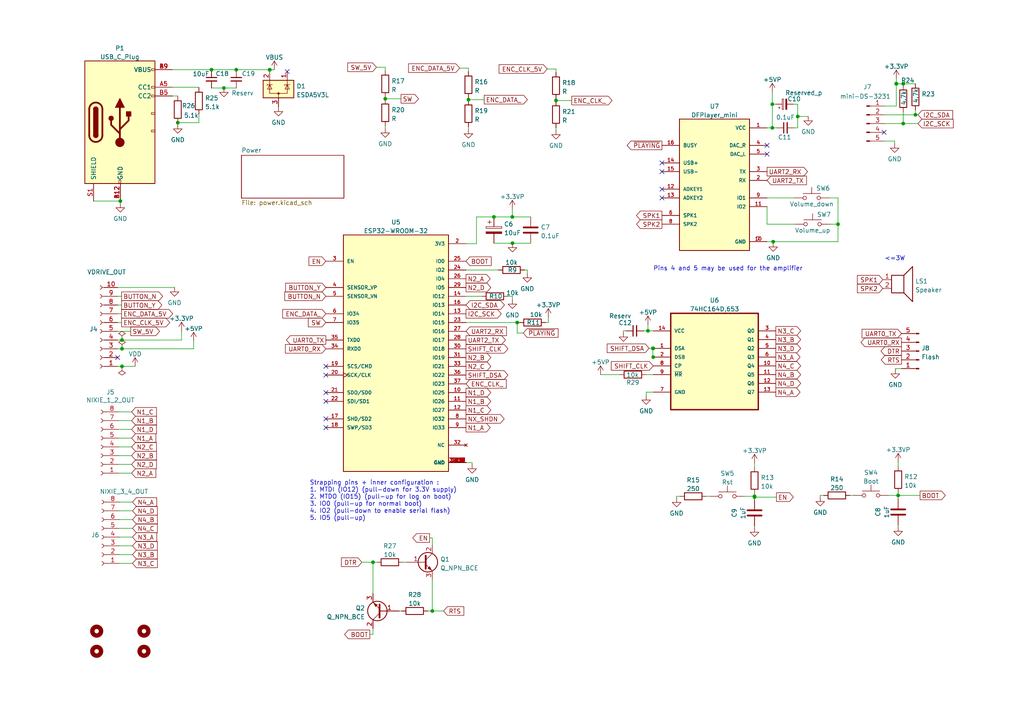
<source format=kicad_sch>
(kicad_sch (version 20211123) (generator eeschema)
  (paper "A4")
  (junction (at 161.2646 29.1592))
  (junction (at 135.8646 28.9052))
  (junction (at 111.7346 28.6512))
  (junction (at 224.2566 70.104))
  (junction (at 148.6408 70.5358))
  (junction (at 260.5024 143.6878))
  (junction (at 231.3686 33.782))
  (junction (at 51.562 35.5854))
  (junction (at 243.0526 65.024))
  (junction (at 35.3822 101.1682))
  (junction (at 125.3744 177.2158))
  (junction (at 259.969 24.257))
  (junction (at 265.5062 33.2994))
  (junction (at 189.4586 103.5812))
  (junction (at 150.0124 93.5482))
  (junction (at 108.1786 163.068))
  (junction (at 261.9756 24.3078))
  (junction (at 143.256 62.9158))
  (junction (at 189.357 101.0158))
  (junction (at 187.9346 95.9612))
  (junction (at 35.3822 98.6282))
  (junction (at 148.59 62.9158))
  (junction (at 261.9756 35.8394))
  (junction (at 224.0026 37.084))
  (junction (at 218.8464 144.1958))
  (junction (at 218.8464 143.9418))
  (junction (at 78.232 20.2184))
  (junction (at 35.3822 106.2482))
  (junction (at 78.232 20.2438))
  (junction (at 68.5292 20.2184))
  (junction (at 189.4586 101.0412))
  (junction (at 34.8996 58.3184))
  (junction (at 61.341 20.2184))
  (junction (at 259.9436 24.3078))
  (junction (at 259.969 24.2824))
  (junction (at 64.9478 25.527))
  (junction (at 224.0026 30.226))
  (no_connect (at 191.9986 47.244))
  (no_connect (at 191.9986 49.784))
  (no_connect (at 83.312 20.7518))
  (no_connect (at 34.1122 103.7082))
  (no_connect (at 94.5134 121.4882))
  (no_connect (at 94.5134 124.0282))
  (no_connect (at 94.5134 116.4082))
  (no_connect (at 94.5134 106.2482))
  (no_connect (at 94.5134 113.8682))
  (no_connect (at 94.5134 108.7882))
  (no_connect (at 256.4384 38.3794))
  (no_connect (at 191.9986 54.864))
  (no_connect (at 191.9986 57.404))
  (no_connect (at 222.4786 42.164))
  (no_connect (at 222.4786 44.704))
  (wire (pts (xy 135.1534 134.1882) (xy 136.9314 134.1882)))
  (wire (pts (xy 143.256 62.9158) (xy 148.59 62.9158)))
  (wire (pts (xy 61.341 25.527) (xy 64.9478 25.527)))
  (wire (pts (xy 222.4786 65.024) (xy 230.6066 65.024)))
  (wire (pts (xy 124.079 177.2158) (xy 125.3744 177.2158)))
  (wire (pts (xy 256.4384 35.8394) (xy 261.9756 35.8394)))
  (wire (pts (xy 243.0526 65.024) (xy 243.0526 70.104)))
  (wire (pts (xy 152.1714 78.3082) (xy 152.9334 78.3082)))
  (wire (pts (xy 111.7346 28.6512) (xy 116.3066 28.6512)))
  (wire (pts (xy 148.6408 70.5358) (xy 153.924 70.5358)))
  (wire (pts (xy 64.9478 25.527) (xy 68.5292 25.527)))
  (wire (pts (xy 135.8646 36.7792) (xy 135.8646 37.5412)))
  (wire (pts (xy 224.0026 26.67) (xy 224.0026 30.226)))
  (wire (pts (xy 224.2566 70.104) (xy 224.2566 70.358)))
  (wire (pts (xy 34.3662 129.6162) (xy 38.1762 129.6162)))
  (wire (pts (xy 107.2642 183.9976) (xy 108.1786 183.9976)))
  (wire (pts (xy 35.2552 88.4936) (xy 34.1122 88.4682)))
  (wire (pts (xy 218.8464 134.2898) (xy 218.8464 135.5598)))
  (wire (pts (xy 189.357 103.5812) (xy 189.4586 103.5812)))
  (wire (pts (xy 174.1932 108.6358) (xy 174.1932 108.6612)))
  (wire (pts (xy 57.6834 25.2984) (xy 50.0126 25.2984)))
  (wire (pts (xy 57.6834 35.5854) (xy 57.6834 33.0962)))
  (wire (pts (xy 260.5024 152.8318) (xy 260.5024 152.3238)))
  (wire (pts (xy 108.1786 182.2958) (xy 108.1786 183.9976)))
  (wire (pts (xy 259.4864 40.9194) (xy 259.4864 41.6814)))
  (wire (pts (xy 187.3758 108.6612) (xy 189.4586 108.6612)))
  (wire (pts (xy 116.8908 163.068) (xy 117.7544 163.068)))
  (wire (pts (xy 35.3822 98.6282) (xy 34.1122 98.6282)))
  (wire (pts (xy 260.5024 142.9258) (xy 260.5024 143.6878)))
  (wire (pts (xy 143.256 62.9158) (xy 138.2014 62.9158)))
  (wire (pts (xy 35.3822 98.6282) (xy 52.6542 98.6282)))
  (wire (pts (xy 259.969 24.2824) (xy 259.969 30.7594)))
  (wire (pts (xy 34.6202 158.3182) (xy 38.4302 158.3182)))
  (wire (pts (xy 27.1526 58.3184) (xy 34.8996 58.3184)))
  (wire (pts (xy 108.1786 172.1358) (xy 108.1786 163.068)))
  (wire (pts (xy 231.3686 30.226) (xy 231.3686 33.782)))
  (wire (pts (xy 135.8646 28.9052) (xy 140.4366 28.9052)))
  (wire (pts (xy 158.2674 93.5482) (xy 159.0294 93.5482)))
  (wire (pts (xy 225.0186 30.226) (xy 224.0026 30.226)))
  (wire (pts (xy 187.4266 113.7412) (xy 187.4266 114.7572)))
  (wire (pts (xy 218.8464 144.1958) (xy 225.1964 144.1958)))
  (wire (pts (xy 186.6646 95.9612) (xy 187.9346 95.9612)))
  (wire (pts (xy 231.3686 33.782) (xy 231.3686 37.084)))
  (wire (pts (xy 34.1122 106.2482) (xy 35.3822 106.2482)))
  (wire (pts (xy 34.1122 101.1682) (xy 35.3822 101.1682)))
  (wire (pts (xy 187.9346 95.9612) (xy 189.4586 95.9612)))
  (wire (pts (xy 136.9314 134.1882) (xy 136.9314 134.6962)))
  (wire (pts (xy 179.7558 108.6612) (xy 174.1932 108.6612)))
  (wire (pts (xy 259.9436 24.3078) (xy 259.969 24.257)))
  (wire (pts (xy 261.9756 32.4358) (xy 261.9756 35.8394)))
  (wire (pts (xy 78.232 20.2438) (xy 78.232 20.7518)))
  (wire (pts (xy 34.3662 137.2362) (xy 38.1762 137.2362)))
  (wire (pts (xy 109.1946 19.5072) (xy 111.7346 19.5072)))
  (wire (pts (xy 152.9334 78.3082) (xy 152.9334 79.3242)))
  (wire (pts (xy 259.6896 106.9086) (xy 259.6896 107.1626)))
  (wire (pts (xy 34.6202 153.2382) (xy 38.4302 153.2382)))
  (wire (pts (xy 34.3662 134.6962) (xy 38.1762 134.6962)))
  (wire (pts (xy 234.4166 33.782) (xy 231.3686 33.782)))
  (wire (pts (xy 133.3246 19.7612) (xy 135.8646 19.7612)))
  (wire (pts (xy 260.5024 134.0358) (xy 260.5024 135.3058)))
  (wire (pts (xy 34.3662 121.9962) (xy 38.1762 121.9962)))
  (wire (pts (xy 35.3822 101.1682) (xy 56.1594 101.1682)))
  (wire (pts (xy 111.7346 28.1432) (xy 111.7346 28.6512)))
  (wire (pts (xy 256.4384 30.7594) (xy 259.969 30.7594)))
  (wire (pts (xy 237.8964 143.6878) (xy 238.9124 143.6878)))
  (wire (pts (xy 261.4676 106.9086) (xy 259.6896 106.9086)))
  (wire (pts (xy 224.0026 30.226) (xy 224.0026 37.084)))
  (wire (pts (xy 237.8964 144.1958) (xy 237.8964 143.6878)))
  (wire (pts (xy 135.1534 78.3082) (xy 144.5514 78.3082)))
  (wire (pts (xy 34.6202 148.1582) (xy 38.4302 148.1582)))
  (wire (pts (xy 161.2646 29.1592) (xy 161.2646 29.4132)))
  (wire (pts (xy 34.1122 83.3882) (xy 50.6222 83.3882)))
  (wire (pts (xy 261.9756 35.8394) (xy 266.2428 35.8394)))
  (wire (pts (xy 57.6834 25.2984) (xy 57.6834 25.4762)))
  (wire (pts (xy 230.0986 30.226) (xy 231.3686 30.226)))
  (wire (pts (xy 51.562 27.8384) (xy 50.0126 27.8384)))
  (wire (pts (xy 187.9346 94.1832) (xy 187.9346 95.9612)))
  (wire (pts (xy 138.2014 62.9158) (xy 138.2014 70.6882)))
  (wire (pts (xy 222.4786 70.104) (xy 224.2566 70.104)))
  (wire (pts (xy 240.5126 57.404) (xy 243.0526 57.404)))
  (wire (pts (xy 139.7254 85.9282) (xy 135.1534 85.9282)))
  (wire (pts (xy 35.2552 91.0082) (xy 34.1122 91.0082)))
  (wire (pts (xy 78.232 20.2438) (xy 78.232 20.2184)))
  (wire (pts (xy 158.7246 20.0152) (xy 161.2646 20.0152)))
  (wire (pts (xy 224.0026 37.084) (xy 222.4786 37.084)))
  (wire (pts (xy 147.3454 85.9282) (xy 148.6154 85.9282)))
  (wire (pts (xy 34.8996 58.3184) (xy 34.8996 58.9788)))
  (wire (pts (xy 222.4786 57.404) (xy 230.3526 57.404)))
  (wire (pts (xy 135.8646 19.7612) (xy 135.8646 20.7772)))
  (wire (pts (xy 135.1534 93.5482) (xy 150.0124 93.5482)))
  (wire (pts (xy 243.0526 57.404) (xy 243.0526 65.024)))
  (wire (pts (xy 34.6202 160.8582) (xy 38.4302 160.8582)))
  (wire (pts (xy 51.562 27.8384) (xy 51.562 27.9654)))
  (wire (pts (xy 34.3662 132.1562) (xy 38.1762 132.1562)))
  (wire (pts (xy 78.232 20.2184) (xy 79.5782 20.2184)))
  (wire (pts (xy 161.2646 37.0332) (xy 161.2646 37.7952)))
  (wire (pts (xy 111.7346 36.5252) (xy 111.7346 37.2872)))
  (wire (pts (xy 108.1786 163.068) (xy 109.2708 163.068)))
  (wire (pts (xy 243.0526 70.104) (xy 224.2566 70.104)))
  (wire (pts (xy 218.8464 144.1958) (xy 218.8464 144.9578)))
  (wire (pts (xy 259.969 22.86) (xy 259.969 24.257)))
  (wire (pts (xy 150.0124 93.5482) (xy 150.6474 93.5482)))
  (wire (pts (xy 161.2646 29.1592) (xy 165.8366 29.1592)))
  (wire (pts (xy 80.772 30.9118) (xy 80.772 31.0896)))
  (wire (pts (xy 52.6542 95.9612) (xy 52.6542 98.6282)))
  (wire (pts (xy 56.1594 98.9076) (xy 56.1594 101.1682)))
  (wire (pts (xy 222.4786 59.944) (xy 222.4786 65.024)))
  (wire (pts (xy 34.6202 145.6182) (xy 38.4302 145.6182)))
  (wire (pts (xy 256.4384 40.9194) (xy 259.4864 40.9194)))
  (wire (pts (xy 111.7346 28.6512) (xy 111.7346 28.9052)))
  (wire (pts (xy 34.1122 96.0882) (xy 37.9222 96.0882)))
  (wire (pts (xy 150.0124 96.5962) (xy 150.0124 93.5482)))
  (wire (pts (xy 216.0524 143.9418) (xy 218.8464 143.9418)))
  (wire (pts (xy 34.3662 119.4562) (xy 38.1762 119.4562)))
  (wire (pts (xy 265.5062 31.9278) (xy 265.5062 33.2994)))
  (wire (pts (xy 161.2646 28.6512) (xy 161.2646 29.1592)))
  (wire (pts (xy 138.2014 70.6882) (xy 135.1534 70.6882)))
  (wire (pts (xy 189.357 101.0158) (xy 189.357 103.5812)))
  (wire (pts (xy 188.2648 101.0158) (xy 189.4586 101.0412)))
  (wire (pts (xy 161.2646 20.0152) (xy 161.2646 21.0312)))
  (wire (pts (xy 68.5292 20.2184) (xy 78.232 20.2184)))
  (wire (pts (xy 51.562 35.5854) (xy 57.6834 35.5854)))
  (wire (pts (xy 180.8226 95.9612) (xy 180.8226 96.4692)))
  (wire (pts (xy 225.2726 37.084) (xy 224.0026 37.084)))
  (wire (pts (xy 124.6124 156.0322) (xy 125.3744 156.0322)))
  (wire (pts (xy 256.4384 33.2994) (xy 265.5062 33.2994)))
  (wire (pts (xy 261.9756 24.8158) (xy 261.9756 24.3078)))
  (wire (pts (xy 135.8646 28.3972) (xy 135.8646 28.9052)))
  (wire (pts (xy 159.0294 92.0242) (xy 159.0294 93.5482)))
  (wire (pts (xy 135.8646 28.9052) (xy 135.8646 29.1592)))
  (wire (pts (xy 104.9528 163.068) (xy 108.1786 163.068)))
  (wire (pts (xy 151.765 96.5962) (xy 150.0124 96.5962)))
  (wire (pts (xy 246.5324 143.6878) (xy 247.5484 143.6878)))
  (wire (pts (xy 125.3744 156.0322) (xy 125.3744 157.988)))
  (wire (pts (xy 181.5846 95.9612) (xy 180.8226 95.9612)))
  (wire (pts (xy 68.5292 20.2184) (xy 68.5292 20.447)))
  (wire (pts (xy 266.8524 143.6878) (xy 260.5024 143.6878)))
  (wire (pts (xy 259.969 24.2824) (xy 259.969 24.257)))
  (wire (pts (xy 260.5024 143.6878) (xy 260.5024 144.7038)))
  (wire (pts (xy 125.3744 168.148) (xy 125.3744 177.2158)))
  (wire (pts (xy 261.9756 24.3078) (xy 265.5062 24.3078)))
  (wire (pts (xy 34.3662 124.5362) (xy 38.1762 124.5362)))
  (wire (pts (xy 196.2404 144.4498) (xy 196.2404 143.9418)))
  (wire (pts (xy 35.3822 106.2482) (xy 39.1922 106.2482)))
  (wire (pts (xy 196.2404 143.9418) (xy 197.2564 143.9418)))
  (wire (pts (xy 265.5062 33.2994) (xy 266.2682 33.2994)))
  (wire (pts (xy 257.7084 143.6878) (xy 260.5024 143.6878)))
  (wire (pts (xy 148.59 62.9158) (xy 153.924 62.9158)))
  (wire (pts (xy 187.4266 113.7412) (xy 189.4586 113.7412)))
  (wire (pts (xy 148.59 60.6298) (xy 148.59 62.9158)))
  (wire (pts (xy 125.3744 177.2158) (xy 128.651 177.2158)))
  (wire (pts (xy 34.6202 163.3982) (xy 38.4302 163.3982)))
  (wire (pts (xy 204.8764 143.9418) (xy 205.8924 143.9418)))
  (wire (pts (xy 259.9436 24.3078) (xy 261.9756 24.3078)))
  (wire (pts (xy 231.3686 37.084) (xy 230.3526 37.084)))
  (wire (pts (xy 35.2552 85.9282) (xy 34.1122 85.9282)))
  (wire (pts (xy 143.256 70.5358) (xy 148.6408 70.5358)))
  (wire (pts (xy 240.7666 65.024) (xy 243.0526 65.024)))
  (wire (pts (xy 34.3662 127.0762) (xy 38.1762 127.0762)))
  (wire (pts (xy 148.6154 85.9282) (xy 148.6154 86.9442)))
  (wire (pts (xy 115.7986 177.2158) (xy 116.459 177.2158)))
  (wire (pts (xy 111.7346 19.5072) (xy 111.7346 20.5232)))
  (wire (pts (xy 34.6202 150.6982) (xy 38.4302 150.6982)))
  (wire (pts (xy 61.341 20.2184) (xy 61.341 20.447)))
  (wire (pts (xy 35.2552 93.5482) (xy 34.1122 93.5482)))
  (wire (pts (xy 50.0126 20.2184) (xy 61.341 20.2184)))
  (wire (pts (xy 51.562 35.5854) (xy 51.562 36.1188)))
  (wire (pts (xy 218.8464 143.1798) (xy 218.8464 143.9418)))
  (wire (pts (xy 61.341 20.2184) (xy 68.5292 20.2184)))
  (wire (pts (xy 218.8464 143.9418) (xy 218.8464 144.1958)))
  (wire (pts (xy 218.8464 153.0858) (xy 218.8464 152.5778)))
  (wire (pts (xy 34.6202 155.7782) (xy 38.4302 155.7782)))
  (text "<=3W" (at 256.5654 75.7936 0) (effects (font (size 1.27 1.27)) (justify left bottom)))
  (text "Pins 4 and 5 may be used for the amplifier" (at 189.4586 78.74 0) (effects (font (size 1.27 1.27)) (justify left bottom)))
  (text "Strapping pins + inner configuration :\n1. MTDI (IO12) (pull-down for 3.3V supply)\n2. MTDO (IO15) (pull-up for log on boot)\n3. IO0 (pull-up for normal boot)\n4. IO2 (pull-down to enable serial flash)\n5. IO5 (pull-up)" (at 89.8144 151.1046 0) (effects (font (size 1.27 1.27)) (justify left bottom)))
  (global_label "N3_C" (shape output) (at 225.0186 95.9612 0) (property "Intersheet References" "${INTERSHEET_REFS}" (effects hide)))
  (global_label "SW" (shape input) (at 94.5134 93.5482 180) (property "Intersheet References" "${INTERSHEET_REFS}" (effects hide)))
  (global_label "NX_SHDN" (shape output) (at 135.1534 121.4882 0) (property "Intersheet References" "${INTERSHEET_REFS}" (effects hide)))
  (global_label "ENC_DATA_" (shape output) (at 140.4366 28.9052 0) (property "Intersheet References" "${INTERSHEET_REFS}" (effects hide)))
  (global_label "~{PLAYING}" (shape input) (at 151.765 96.5962 0) (property "Intersheet References" "${INTERSHEET_REFS}" (effects hide)))
  (global_label "EN" (shape output) (at 124.6124 156.0322 180) (property "Intersheet References" "${INTERSHEET_REFS}" (effects hide)))
  (global_label "N2_B" (shape input) (at 38.1762 132.1562 0) (property "Intersheet References" "${INTERSHEET_REFS}" (effects hide)))
  (global_label "N2_C" (shape input) (at 38.1762 129.6162 0) (property "Intersheet References" "${INTERSHEET_REFS}" (effects hide)))
  (global_label "SW_5V" (shape input) (at 109.1946 19.5072 180) (property "Intersheet References" "${INTERSHEET_REFS}" (effects hide)))
  (global_label "N1_C" (shape input) (at 38.1762 119.4562 0) (property "Intersheet References" "${INTERSHEET_REFS}" (effects hide)))
  (global_label "N1_B" (shape input) (at 38.1762 121.9962 0) (property "Intersheet References" "${INTERSHEET_REFS}" (effects hide)))
  (global_label "ENC_DATA_" (shape input) (at 94.5134 91.0082 180) (property "Intersheet References" "${INTERSHEET_REFS}" (effects hide)))
  (global_label "BOOT" (shape output) (at 107.2642 183.9976 180) (property "Intersheet References" "${INTERSHEET_REFS}" (effects hide)))
  (global_label "UART0_TX" (shape input) (at 261.4676 96.7486 180) (property "Intersheet References" "${INTERSHEET_REFS}" (effects hide)))
  (global_label "N3_A" (shape output) (at 225.0186 103.5812 0) (property "Intersheet References" "${INTERSHEET_REFS}" (effects hide)))
  (global_label "ENC_DATA_5V" (shape input) (at 133.3246 19.7612 180) (property "Intersheet References" "${INTERSHEET_REFS}" (effects hide)))
  (global_label "N4_D" (shape input) (at 38.4302 148.1582 0) (property "Intersheet References" "${INTERSHEET_REFS}" (effects hide)))
  (global_label "UART0_RX" (shape input) (at 94.5134 101.1682 180) (property "Intersheet References" "${INTERSHEET_REFS}" (effects hide)))
  (global_label "SPK1" (shape output) (at 191.9986 62.484 180) (property "Intersheet References" "${INTERSHEET_REFS}" (effects hide)))
  (global_label "SHIFT_CLK" (shape output) (at 135.1534 101.1682 0) (property "Intersheet References" "${INTERSHEET_REFS}" (effects hide)))
  (global_label "N3_B" (shape output) (at 225.0186 98.5012 0) (property "Intersheet References" "${INTERSHEET_REFS}" (effects hide)))
  (global_label "I2C_SCK" (shape input) (at 266.2428 35.8394 0) (property "Intersheet References" "${INTERSHEET_REFS}" (effects hide)))
  (global_label "N4_C" (shape input) (at 38.4302 153.2382 0) (property "Intersheet References" "${INTERSHEET_REFS}" (effects hide)))
  (global_label "SHIFT_DSA" (shape input) (at 188.2648 101.0158 180) (property "Intersheet References" "${INTERSHEET_REFS}" (effects hide)))
  (global_label "N4_B" (shape output) (at 225.0186 108.6612 0) (property "Intersheet References" "${INTERSHEET_REFS}" (effects hide)))
  (global_label "SPK1" (shape input) (at 256.0574 81.1276 180) (property "Intersheet References" "${INTERSHEET_REFS}" (effects hide)))
  (global_label "N2_B" (shape output) (at 135.1534 103.7082 0) (property "Intersheet References" "${INTERSHEET_REFS}" (effects hide)))
  (global_label "UART2_TX" (shape input) (at 222.4786 52.324 0) (property "Intersheet References" "${INTERSHEET_REFS}" (effects hide)))
  (global_label "N2_D" (shape output) (at 135.1534 83.3882 0) (property "Intersheet References" "${INTERSHEET_REFS}" (effects hide)))
  (global_label "N1_B" (shape output) (at 135.1534 116.4082 0) (property "Intersheet References" "${INTERSHEET_REFS}" (effects hide)))
  (global_label "N3_D" (shape output) (at 225.0186 101.0412 0) (property "Intersheet References" "${INTERSHEET_REFS}" (effects hide)))
  (global_label "RTS" (shape output) (at 261.4676 104.3686 180) (property "Intersheet References" "${INTERSHEET_REFS}" (effects hide)))
  (global_label "UART0_TX" (shape output) (at 94.5134 98.6282 180) (property "Intersheet References" "${INTERSHEET_REFS}" (effects hide)))
  (global_label "N1_A" (shape input) (at 38.1762 127.0762 0) (property "Intersheet References" "${INTERSHEET_REFS}" (effects hide)))
  (global_label "BUTTON_N" (shape input) (at 94.5134 85.9282 180) (property "Intersheet References" "${INTERSHEET_REFS}" (effects hide)))
  (global_label "N2_C" (shape output) (at 135.1534 106.2482 0) (property "Intersheet References" "${INTERSHEET_REFS}" (effects hide)))
  (global_label "SHIFT_DSA" (shape output) (at 135.1534 108.7882 0) (property "Intersheet References" "${INTERSHEET_REFS}" (effects hide)))
  (global_label "RTS" (shape input) (at 128.651 177.2158 0) (property "Intersheet References" "${INTERSHEET_REFS}" (effects hide)))
  (global_label "BOOT" (shape input) (at 135.1534 75.7682 0) (property "Intersheet References" "${INTERSHEET_REFS}" (effects hide)))
  (global_label "SPK2" (shape output) (at 191.9986 65.024 180) (property "Intersheet References" "${INTERSHEET_REFS}" (effects hide)))
  (global_label "DTR" (shape output) (at 261.4676 101.8286 180) (property "Intersheet References" "${INTERSHEET_REFS}" (effects hide)))
  (global_label "~{PLAYING}" (shape output) (at 191.9986 42.164 180) (property "Intersheet References" "${INTERSHEET_REFS}" (effects hide)))
  (global_label "UART2_RX" (shape output) (at 222.4786 49.784 0) (property "Intersheet References" "${INTERSHEET_REFS}" (effects hide)))
  (global_label "EN" (shape input) (at 94.5134 75.7682 180) (property "Intersheet References" "${INTERSHEET_REFS}" (effects hide)))
  (global_label "N3_D" (shape input) (at 38.4302 158.3182 0) (property "Intersheet References" "${INTERSHEET_REFS}" (effects hide)))
  (global_label "SHIFT_CLK" (shape input) (at 189.4586 106.1212 180) (property "Intersheet References" "${INTERSHEET_REFS}" (effects hide)))
  (global_label "BUTTON_Y" (shape output) (at 35.2552 88.4936 0) (property "Intersheet References" "${INTERSHEET_REFS}" (effects hide)))
  (global_label "N4_C" (shape output) (at 225.0186 106.1212 0) (property "Intersheet References" "${INTERSHEET_REFS}" (effects hide)))
  (global_label "N1_A" (shape output) (at 135.1534 124.0282 0) (property "Intersheet References" "${INTERSHEET_REFS}" (effects hide)))
  (global_label "UART2_TX" (shape output) (at 135.1534 98.6282 0) (property "Intersheet References" "${INTERSHEET_REFS}" (effects hide)))
  (global_label "ENC_CLK_5V" (shape output) (at 35.2552 93.5482 0) (property "Intersheet References" "${INTERSHEET_REFS}" (effects hide)))
  (global_label "N4_D" (shape output) (at 225.0186 111.2012 0) (property "Intersheet References" "${INTERSHEET_REFS}" (effects hide)))
  (global_label "BUTTON_Y" (shape input) (at 94.5134 83.3882 180) (property "Intersheet References" "${INTERSHEET_REFS}" (effects hide)))
  (global_label "N4_A" (shape output) (at 225.0186 113.7412 0) (property "Intersheet References" "${INTERSHEET_REFS}" (effects hide)))
  (global_label "I2C_SDA" (shape bidirectional) (at 135.1534 88.4682 0) (property "Intersheet References" "${INTERSHEET_REFS}" (effects hide)))
  (global_label "DTR" (shape input) (at 104.9528 163.068 180) (property "Intersheet References" "${INTERSHEET_REFS}" (effects hide)))
  (global_label "N3_B" (shape input) (at 38.4302 160.8582 0) (property "Intersheet References" "${INTERSHEET_REFS}" (effects hide)))
  (global_label "BOOT" (shape output) (at 266.8524 143.6878 0) (property "Intersheet References" "${INTERSHEET_REFS}" (effects hide)))
  (global_label "N2_A" (shape output) (at 135.1534 80.8482 0) (property "Intersheet References" "${INTERSHEET_REFS}" (effects hide)))
  (global_label "N2_D" (shape input) (at 38.1762 134.6962 0) (property "Intersheet References" "${INTERSHEET_REFS}" (effects hide)))
  (global_label "N1_D" (shape output) (at 135.1534 113.8682 0) (property "Intersheet References" "${INTERSHEET_REFS}" (effects hide)))
  (global_label "N3_A" (shape input) (at 38.4302 155.7782 0) (property "Intersheet References" "${INTERSHEET_REFS}" (effects hide)))
  (global_label "ENC_CLK_" (shape input) (at 135.1534 111.3282 0) (property "Intersheet References" "${INTERSHEET_REFS}" (effects hide)))
  (global_label "BUTTON_N" (shape output) (at 35.2552 85.9282 0) (property "Intersheet References" "${INTERSHEET_REFS}" (effects hide)))
  (global_label "UART0_RX" (shape output) (at 261.4676 99.2886 180) (property "Intersheet References" "${INTERSHEET_REFS}" (effects hide)))
  (global_label "SW" (shape output) (at 116.3066 28.6512 0) (property "Intersheet References" "${INTERSHEET_REFS}" (effects hide)))
  (global_label "SW_5V" (shape output) (at 37.9222 96.0882 0) (property "Intersheet References" "${INTERSHEET_REFS}" (effects hide)))
  (global_label "I2C_SDA" (shape input) (at 266.2682 33.2994 0) (property "Intersheet References" "${INTERSHEET_REFS}" (effects hide)))
  (global_label "ENC_CLK_" (shape output) (at 165.8366 29.1592 0) (property "Intersheet References" "${INTERSHEET_REFS}" (effects hide)))
  (global_label "UART2_RX" (shape input) (at 135.1534 96.0882 0) (property "Intersheet References" "${INTERSHEET_REFS}" (effects hide)))
  (global_label "N1_C" (shape output) (at 135.1534 118.9482 0) (property "Intersheet References" "${INTERSHEET_REFS}" (effects hide)))
  (global_label "N4_B" (shape input) (at 38.4302 150.6982 0) (property "Intersheet References" "${INTERSHEET_REFS}" (effects hide)))
  (global_label "ENC_DATA_5V" (shape output) (at 35.2552 91.0082 0) (property "Intersheet References" "${INTERSHEET_REFS}" (effects hide)))
  (global_label "SPK2" (shape input) (at 256.0574 83.6676 180) (property "Intersheet References" "${INTERSHEET_REFS}" (effects hide)))
  (global_label "EN" (shape output) (at 225.1964 144.1958 0) (property "Intersheet References" "${INTERSHEET_REFS}" (effects hide)))
  (global_label "N3_C" (shape input) (at 38.4302 163.3982 0) (property "Intersheet References" "${INTERSHEET_REFS}" (effects hide)))
  (global_label "ENC_CLK_5V" (shape input) (at 158.7246 20.0152 180) (property "Intersheet References" "${INTERSHEET_REFS}" (effects hide)))
  (global_label "N2_A" (shape input) (at 38.1762 137.2362 0) (property "Intersheet References" "${INTERSHEET_REFS}" (effects hide)))
  (global_label "N1_D" (shape input) (at 38.1762 124.5362 0) (property "Intersheet References" "${INTERSHEET_REFS}" (effects hide)))
  (global_label "I2C_SCK" (shape output) (at 135.1534 91.0082 0) (property "Intersheet References" "${INTERSHEET_REFS}" (effects hide)))
  (global_label "N4_A" (shape input) (at 38.4302 145.6182 0) (property "Intersheet References" "${INTERSHEET_REFS}" (effects hide)))
  (symbol (lib_id "Connector:Conn_01x10_Female") (at 29.0322 96.0882 180) (unit 1)
    (property "Reference" "J4" (at 28.321 95.4786 0) (effects (justify left)))
    (property "Value" "VDRIVE_OUT" (at 36.576 78.9178 0) (effects (justify left)))
    (property "Footprint" "Connector_PinSocket_2.54mm:PinSocket_1x10_P2.54mm_Vertical" (effects hide))
  )
  (symbol (lib_id "Device:Q_NPN_BCE") (at 122.8344 163.068 0) (unit 1)
    (property "Reference" "Q1" (at 127.6858 162.2333 0) (effects (justify left)))
    (property "Value" "Q_NPN_BCE" (at 127.6858 164.7702 0) (effects (justify left)))
    (property "Footprint" "Package_TO_SOT_SMD:SOT-23_Handsoldering" (effects hide))
  )
  (symbol (lib_id "power:GND") (at 135.8646 37.5412 0) (unit 1)
    (property "Reference" "#PWR0104" (effects hide))
    (property "Value" "GND" (at 135.8646 41.9846 0))
  )
  (symbol (lib_id "Device:R") (at 111.7346 32.7152 0) (unit 1)
    (property "Reference" "R20" (at 113.5126 31.8805 0) (effects (justify left)))
    (property "Value" "R" (at 113.5126 34.4174 0) (effects (justify left)))
    (property "Footprint" "Resistor_SMD:R_0603_1608Metric_Pad0.98x0.95mm_HandSolder" (effects hide))
  )
  (symbol (lib_id "Device:R") (at 242.7224 143.6878 90) (unit 1)
    (property "Reference" "R14" (at 242.7224 138.972 90))
    (property "Value" "250" (at 242.7224 141.5089 90))
    (property "Footprint" "Resistor_SMD:R_0603_1608Metric_Pad0.98x0.95mm_HandSolder" (effects hide))
  )
  (symbol (lib_id "Device:R") (at 148.3614 78.3082 90) (unit 1)
    (property "Reference" "R9" (at 148.6154 78.3082 90))
    (property "Value" "10k" (at 148.3614 76.1293 90))
    (property "Footprint" "Resistor_SMD:R_0603_1608Metric_Pad0.98x0.95mm_HandSolder" (effects hide))
  )
  (symbol (lib_id "power:+3.3VP") (at 159.0294 92.0242 0) (unit 1)
    (property "Reference" "#PWR0109" (effects hide))
    (property "Value" "+3.3VP" (at 159.0294 88.4484 0))
  )
  (symbol (lib_id "power:VDD") (at 39.1922 106.2482 0) (unit 1)
    (property "Reference" "#PWR049" (effects hide))
    (property "Value" "VDD" (at 39.1922 102.6724 0))
  )
  (symbol (lib_id "Device:R") (at 113.0808 163.068 90) (unit 1)
    (property "Reference" "R27" (at 113.0808 158.3522 90))
    (property "Value" "10k" (at 113.0808 160.8891 90))
    (property "Footprint" "Resistor_SMD:R_0603_1608Metric_Pad0.98x0.95mm_HandSolder" (effects hide))
  )
  (symbol (lib_id "power:GND") (at 260.5024 152.8318 0) (unit 1)
    (property "Reference" "#PWR045" (effects hide))
    (property "Value" "GND" (at 260.5024 157.2752 0))
  )
  (symbol (lib_id "power:GND") (at 161.2646 37.7952 0) (unit 1)
    (property "Reference" "#PWR0105" (effects hide))
    (property "Value" "GND" (at 161.2646 42.2386 0))
  )
  (symbol (lib_id "power:+5VP") (at 56.1594 98.9076 0) (unit 1)
    (property "Reference" "#PWR0107" (effects hide))
    (property "Value" "+5VP" (at 56.1594 95.3318 0))
  )
  (symbol (lib_id "power:GND") (at 148.6408 70.5358 0) (unit 1)
    (property "Reference" "#PWR072" (effects hide))
    (property "Value" "GND" (effects hide))
  )
  (symbol (lib_id "power:GND") (at 111.7346 37.2872 0) (unit 1)
    (property "Reference" "#PWR0106" (effects hide))
    (property "Value" "GND" (at 111.7346 41.7306 0))
  )
  (symbol (lib_id "power:GND") (at 80.772 31.0896 0) (unit 1)
    (property "Reference" "#PWR063" (effects hide))
    (property "Value" "GND" (at 80.772 35.533 0))
  )
  (symbol (lib_id "Device:R") (at 183.5658 108.6612 90) (unit 1)
    (property "Reference" "R29" (at 183.5404 110.9218 90))
    (property "Value" "10k" (at 183.4896 108.7374 90))
    (property "Footprint" "Resistor_SMD:R_0603_1608Metric_Pad0.98x0.95mm_HandSolder" (effects hide))
  )
  (symbol (lib_id "Retro_clock_back:74HC164D,653") (at 207.2386 101.0412 0) (unit 1)
    (property "Reference" "U6" (at 207.2386 87.1052 0))
    (property "Value" "74HC164D,653" (at 207.2386 89.6421 0))
    (property "Footprint" "Retro_clock:SOIC127P600X175-14N" (effects hide))
    (property "SUPPLIER" "NXP" (effects hide))
    (property "PACKAGE" "SOIC-14" (effects hide))
    (property "MPN" "74HC164D,653" (effects hide))
    (property "OC_NEWARK" "99K0584" (effects hide))
    (property "OC_FARNELL" "1085337" (effects hide))
  )
  (symbol (lib_id "power:+5VP") (at 174.1932 108.6358 0) (unit 1)
    (property "Reference" "#PWR071" (effects hide))
    (property "Value" "+5VP" (at 174.1932 105.06 0))
  )
  (symbol (lib_id "Device:C") (at 153.924 66.7258 0) (unit 1)
    (property "Reference" "C7" (at 156.845 65.8911 0) (effects (justify left)))
    (property "Value" "0.1uF" (at 156.845 68.428 0) (effects (justify left)))
    (property "Footprint" "Capacitor_SMD:C_0603_1608Metric_Pad1.08x0.95mm_HandSolder" (effects hide))
  )
  (symbol (lib_id "Connector:Conn_01x05_Male") (at 266.5476 101.8286 180) (unit 1)
    (property "Reference" "J8" (at 267.2588 100.9939 0) (effects (justify right)))
    (property "Value" "Flash" (at 267.2588 103.5308 0) (effects (justify right)))
    (property "Footprint" "Connector_PinHeader_2.54mm:PinHeader_1x05_P2.54mm_Vertical" (effects hide))
  )
  (symbol (lib_id "power:GND") (at 51.562 36.1188 0) (unit 1)
    (property "Reference" "#PWR064" (effects hide))
    (property "Value" "GND" (at 51.562 40.5622 0))
  )
  (symbol (lib_id "power:+3.3VP") (at 259.969 22.86 0) (unit 1)
    (property "Reference" "#PWR032" (effects hide))
    (property "Value" "+3.3VP" (at 259.969 19.2842 0))
  )
  (symbol (lib_id "Device:Q_NPN_BCE") (at 110.7186 177.2158 180) (unit 1)
    (property "Reference" "Q2" (at 105.8673 176.3811 0) (effects (justify left)))
    (property "Value" "Q_NPN_BCE" (at 105.8673 178.918 0) (effects (justify left)))
    (property "Footprint" "Package_TO_SOT_SMD:SOT-23_Handsoldering" (effects hide))
  )
  (symbol (lib_id "power:GND") (at 237.8964 144.1958 0) (unit 1)
    (property "Reference" "#PWR043" (effects hide))
    (property "Value" "GND" (at 237.8964 148.6392 0))
  )
  (symbol (lib_id "Device:C_Small") (at 184.1246 95.9612 90) (unit 1)
    (property "Reference" "C12" (at 183.2962 93.6371 90) (effects (justify left)))
    (property "Value" "Reserv" (at 183.1086 91.6432 90) (effects (justify left)))
    (property "Footprint" "Capacitor_SMD:C_0603_1608Metric_Pad1.08x0.95mm_HandSolder" (effects hide))
  )
  (symbol (lib_id "power:VBUS") (at 79.5782 20.2184 0) (unit 1)
    (property "Reference" "#PWR041" (effects hide))
    (property "Value" "VBUS" (at 79.5782 16.6426 0))
  )
  (symbol (lib_id "power:+3.3VP") (at 148.59 60.6298 0) (unit 1)
    (property "Reference" "#PWR0103" (effects hide))
    (property "Value" "+3.3VP" (at 148.59 57.054 0))
  )
  (symbol (lib_id "power:GND") (at 196.2404 144.4498 0) (unit 1)
    (property "Reference" "#PWR044" (effects hide))
    (property "Value" "GND" (at 196.2404 148.8932 0))
  )
  (symbol (lib_id "Device:R") (at 120.269 177.2158 90) (unit 1)
    (property "Reference" "R28" (at 120.269 172.5 90))
    (property "Value" "10k" (at 120.269 175.0369 90))
    (property "Footprint" "Resistor_SMD:R_0603_1608Metric_Pad0.98x0.95mm_HandSolder" (effects hide))
  )
  (symbol (lib_id "Device:R") (at 201.0664 143.9418 90) (unit 1)
    (property "Reference" "R15" (at 201.0664 139.226 90))
    (property "Value" "250" (at 201.0664 141.7629 90))
    (property "Footprint" "Resistor_SMD:R_0603_1608Metric_Pad0.98x0.95mm_HandSolder" (effects hide))
  )
  (symbol (lib_id "power:+3.3VP") (at 52.6542 95.9612 0) (unit 1)
    (property "Reference" "#PWR0108" (effects hide))
    (property "Value" "+3.3VP" (at 52.6542 92.3854 0))
  )
  (symbol (lib_id "power:GND") (at 50.6222 83.3882 0) (unit 1)
    (property "Reference" "#PWR050" (effects hide))
    (property "Value" "GND" (at 50.6222 87.8316 0))
  )
  (symbol (lib_id "Retro_clock_back:ESDA5V3L") (at 80.772 25.8318 0) (unit 1)
    (property "Reference" "D1" (at 85.979 24.9971 0) (effects (justify left)))
    (property "Value" "ESDA5V3L" (at 85.979 27.534 0) (effects (justify left)))
    (property "Footprint" "Package_TO_SOT_SMD:SOT-23" (effects hide))
    (property "Datasheet" "http://www.littelfuse.com/~/media/files/littelfuse/technical%20resources/documents/data%20sheets/sp05xxba.pdf" (effects hide))
  )
  (symbol (lib_id "Device:C_Small") (at 61.341 22.987 0) (unit 1)
    (property "Reference" "C18" (at 62.5094 21.3868 0) (effects (justify left)))
    (property "Value" "10uF" (at 55.8546 21.4376 0) (effects (justify left)))
    (property "Footprint" "Capacitor_SMD:C_0603_1608Metric_Pad1.08x0.95mm_HandSolder" (effects hide))
  )
  (symbol (lib_id "Device:Speaker") (at 261.1374 81.1276 0) (unit 1)
    (property "Reference" "LS1" (at 265.4554 81.5629 0) (effects (justify left)))
    (property "Value" "Speaker" (at 265.4554 84.0998 0) (effects (justify left)))
    (property "Footprint" "Retro_clock:Speaker_conn" (effects hide))
  )
  (symbol (lib_id "power:PWR_FLAG") (at 35.3822 98.6282 0) (unit 1)
    (property "Reference" "#FLG0102" (effects hide))
    (property "Value" "PWR_FLAG" (effects hide))
  )
  (symbol (lib_id "Device:C") (at 218.8464 148.7678 180) (unit 1)
    (property "Reference" "C9" (at 212.9876 148.7678 90))
    (property "Value" "1uF" (at 215.5245 148.7678 90))
    (property "Footprint" "Capacitor_SMD:C_0603_1608Metric_Pad1.08x0.95mm_HandSolder" (effects hide))
  )
  (symbol (lib_id "power:GND") (at 64.9478 25.527 0) (unit 1)
    (property "Reference" "#PWR062" (effects hide))
    (property "Value" "GND" (effects hide))
  )
  (symbol (lib_id "Device:R") (at 135.8646 24.5872 0) (unit 1)
    (property "Reference" "R16" (at 137.6426 23.7525 0) (effects (justify left)))
    (property "Value" "R" (at 137.6426 26.2894 0) (effects (justify left)))
    (property "Footprint" "Resistor_SMD:R_0603_1608Metric_Pad0.98x0.95mm_HandSolder" (effects hide))
  )
  (symbol (lib_id "Mechanical:MountingHole") (at 28.0416 188.8998 0) (unit 1)
    (property "Reference" "H7" (effects hide))
    (property "Value" "MountingHole" (effects hide))
    (property "Footprint" "MountingHole:MountingHole_2.5mm_Pad_Via" (effects hide))
  )
  (symbol (lib_id "power:GND") (at 218.8464 153.0858 0) (unit 1)
    (property "Reference" "#PWR046" (effects hide))
    (property "Value" "GND" (at 218.8464 157.5292 0))
  )
  (symbol (lib_id "Device:C_Small") (at 227.8126 37.084 90) (unit 1)
    (property "Reference" "C11" (at 227.584 39.8018 90))
    (property "Value" "0.1uF" (at 227.8126 34.036 90))
    (property "Footprint" "Capacitor_SMD:C_0603_1608Metric_Pad1.08x0.95mm_HandSolder" (effects hide))
  )
  (symbol (lib_id "Device:R") (at 260.5024 139.1158 0) (unit 1)
    (property "Reference" "R12" (at 262.2804 138.2811 0) (effects (justify left)))
    (property "Value" "10k" (at 262.2804 140.818 0) (effects (justify left)))
    (property "Footprint" "Resistor_SMD:R_0603_1608Metric_Pad0.98x0.95mm_HandSolder" (effects hide))
  )
  (symbol (lib_id "power:GND") (at 259.4864 41.6814 0) (unit 1)
    (property "Reference" "#PWR034" (effects hide))
    (property "Value" "GND" (at 259.4864 46.1248 0))
  )
  (symbol (lib_id "Switch:SW_Push") (at 235.4326 57.404 0) (unit 1)
    (property "Reference" "SW6" (at 238.7346 54.61 0))
    (property "Value" "Volume_down" (at 235.4326 59.182 0))
    (property "Footprint" "Retro_clock:KLS7-TS6601-13.0-180" (effects hide))
  )
  (symbol (lib_id "Connector:Conn_01x08_Female") (at 29.5402 155.7782 180) (unit 1)
    (property "Reference" "J6" (at 28.829 155.1686 0) (effects (justify left)))
    (property "Value" "NIXIE_3_4_OUT" (at 43.0022 142.5702 0) (effects (justify left)))
    (property "Footprint" "Connector_PinSocket_2.54mm:PinSocket_1x08_P2.54mm_Vertical" (effects hide))
  )
  (symbol (lib_id "power:GND") (at 136.9314 134.6962 0) (unit 1)
    (property "Reference" "#PWR039" (effects hide))
    (property "Value" "GND" (at 136.9314 139.1396 0))
  )
  (symbol (lib_id "Device:R") (at 143.5354 85.9282 90) (unit 1)
    (property "Reference" "R10" (at 143.7894 85.9282 90))
    (property "Value" "10k" (at 148.6408 84.963 90))
    (property "Footprint" "Resistor_SMD:R_0603_1608Metric_Pad0.98x0.95mm_HandSolder" (effects hide))
  )
  (symbol (lib_id "power:GND") (at 148.6154 86.9442 0) (unit 1)
    (property "Reference" "#PWR035" (effects hide))
    (property "Value" "GND" (at 148.6154 91.3876 0))
  )
  (symbol (lib_id "Connector:Conn_01x08_Female") (at 29.2862 129.6162 180) (unit 1)
    (property "Reference" "J5" (at 32.0294 113.7412 0))
    (property "Value" "NIXIE_1_2_OUT" (at 32.0294 116.0526 0))
    (property "Footprint" "Connector_PinSocket_2.54mm:PinSocket_1x08_P2.54mm_Vertical" (effects hide))
  )
  (symbol (lib_id "power:PWR_FLAG") (at 35.3822 106.2482 180) (unit 1)
    (property "Reference" "#FLG0101" (effects hide))
    (property "Value" "PWR_FLAG" (effects hide))
  )
  (symbol (lib_id "power:GND") (at 224.2566 70.358 0) (unit 1)
    (property "Reference" "#PWR037" (effects hide))
    (property "Value" "GND" (at 224.2566 74.8014 0))
  )
  (symbol (lib_id "Mechanical:MountingHole") (at 28.0416 183.0578 0) (unit 1)
    (property "Reference" "H5" (effects hide))
    (property "Value" "MountingHole" (effects hide))
    (property "Footprint" "MountingHole:MountingHole_2.5mm_Pad_Via" (effects hide))
  )
  (symbol (lib_id "Device:C_Polarized_Small") (at 227.5586 30.226 90) (unit 1)
    (property "Reference" "C10" (at 230.3526 28.702 90))
    (property "Value" "Reserved_p" (at 233.1466 26.924 90))
    (property "Footprint" "Capacitor_SMD:C_0603_1608Metric_Pad1.08x0.95mm_HandSolder" (effects hide))
  )
  (symbol (lib_id "Device:C_Small") (at 68.5292 22.987 0) (unit 1)
    (property "Reference" "C19" (at 70.104 21.3868 0) (effects (justify left)))
    (property "Value" "Reserv" (at 67.1322 27.0002 0) (effects (justify left)))
    (property "Footprint" "Capacitor_SMD:C_0603_1608Metric_Pad1.08x0.95mm_HandSolder" (effects hide))
  )
  (symbol (lib_id "Device:R") (at 161.2646 33.2232 0) (unit 1)
    (property "Reference" "R21" (at 163.0426 32.3885 0) (effects (justify left)))
    (property "Value" "R" (at 163.0426 34.9254 0) (effects (justify left)))
    (property "Footprint" "Resistor_SMD:R_0603_1608Metric_Pad0.98x0.95mm_HandSolder" (effects hide))
  )
  (symbol (lib_id "power:+5VP") (at 187.9346 94.1832 0) (unit 1)
    (property "Reference" "#PWR0110" (effects hide))
    (property "Value" "+5VP" (at 187.9346 90.6074 0))
  )
  (symbol (lib_id "Device:R") (at 51.562 31.7754 0) (unit 1)
    (property "Reference" "R26" (at 52.7558 30.6832 0) (effects (justify left)))
    (property "Value" "5.1k" (at 53.34 33.4776 0) (effects (justify left)))
    (property "Footprint" "Resistor_SMD:R_0603_1608Metric_Pad0.98x0.95mm_HandSolder" (effects hide))
  )
  (symbol (lib_id "Retro_clock_back:ESP32-WROOM-32") (at 114.8334 103.7082 0) (unit 1)
    (property "Reference" "U5" (at 114.8334 64.4484 0))
    (property "Value" "ESP32-WROOM-32" (at 114.8334 66.9853 0))
    (property "Footprint" "Retro_clock:MODULE_ESP32-WROOM-32" (effects hide))
    (property "MANUFACTURER" "Espressif Systems" (effects hide))
    (property "PARTREV" "2.9" (effects hide))
    (property "STANDARD" "Manufacturer Recommendations" (effects hide))
    (property "MAXIMUM_PACKAGE_HEIGHT" "3.2 mm" (effects hide))
  )
  (symbol (lib_id "power:GND") (at 34.8996 58.9788 0) (unit 1)
    (property "Reference" "#PWR065" (effects hide))
    (property "Value" "GND" (at 34.8996 63.4222 0))
  )
  (symbol (lib_id "Switch:SW_Push") (at 252.6284 143.6878 0) (unit 1)
    (property "Reference" "SW4" (at 252.6284 137.067 0))
    (property "Value" "Boot" (at 252.6284 139.6039 0))
    (property "Footprint" "Retro_clock:SW_TS-1187A-B-A-B" (effects hide))
  )
  (symbol (lib_id "power:GND") (at 187.4266 114.7572 0) (unit 1)
    (property "Reference" "#PWR038" (effects hide))
    (property "Value" "GND" (at 187.4266 119.2006 0))
  )
  (symbol (lib_id "Switch:SW_Push") (at 235.6866 65.024 0) (unit 1)
    (property "Reference" "SW7" (at 238.9886 62.23 0))
    (property "Value" "Volume_up" (at 235.6866 66.802 0))
    (property "Footprint" "Retro_clock:KLS7-TS6601-13.0-180" (effects hide))
  )
  (symbol (lib_id "Device:C") (at 260.5024 148.5138 180) (unit 1)
    (property "Reference" "C8" (at 254.6436 148.5138 90))
    (property "Value" "1uF" (at 257.1805 148.5138 90))
    (property "Footprint" "Capacitor_SMD:C_0603_1608Metric_Pad1.08x0.95mm_HandSolder" (effects hide))
  )
  (symbol (lib_id "Device:R") (at 154.4574 93.5482 90) (unit 1)
    (property "Reference" "R11" (at 154.7114 93.5482 90))
    (property "Value" "10k" (at 155.4734 91.2622 90))
    (property "Footprint" "Resistor_SMD:R_0603_1608Metric_Pad0.98x0.95mm_HandSolder" (effects hide))
  )
  (symbol (lib_id "Mechanical:MountingHole") (at 41.7576 183.0578 0) (unit 1)
    (property "Reference" "H6" (effects hide))
    (property "Value" "MountingHole" (effects hide))
    (property "Footprint" "MountingHole:MountingHole_2.5mm_Pad_Via" (effects hide))
  )
  (symbol (lib_id "power:PWR_FLAG") (at 35.3822 101.1682 0) (unit 1)
    (property "Reference" "#FLG04" (effects hide))
    (property "Value" "PWR_FLAG" (effects hide))
  )
  (symbol (lib_id "Device:R") (at 261.9756 28.6258 0) (unit 1)
    (property "Reference" "R24" (at 261.3406 23.3172 0) (effects (justify left)))
    (property "Value" "4.7k" (at 262.128 30.5308 90) (effects (justify left)))
    (property "Footprint" "Resistor_SMD:R_0603_1608Metric_Pad0.98x0.95mm_HandSolder" (effects hide))
  )
  (symbol (lib_id "Device:R") (at 161.2646 24.8412 0) (unit 1)
    (property "Reference" "R18" (at 163.0426 24.0065 0) (effects (justify left)))
    (property "Value" "R" (at 163.0426 26.5434 0) (effects (justify left)))
    (property "Footprint" "Resistor_SMD:R_0603_1608Metric_Pad0.98x0.95mm_HandSolder" (effects hide))
  )
  (symbol (lib_id "power:GND") (at 234.4166 33.782 0) (unit 1)
    (property "Reference" "#PWR036" (effects hide))
    (property "Value" "GND" (at 234.4166 38.2254 0))
  )
  (symbol (lib_id "Switch:SW_Push") (at 210.9724 143.9418 0) (unit 1)
    (property "Reference" "SW5" (at 210.9724 137.321 0))
    (property "Value" "Rst" (at 210.9724 139.8579 0))
    (property "Footprint" "Retro_clock:SW_TS-1187A-B-A-B" (effects hide))
  )
  (symbol (lib_id "Device:R") (at 265.5062 28.1178 0) (unit 1)
    (property "Reference" "R23" (at 267.2842 27.2831 0) (effects (justify left)))
    (property "Value" "4.7k" (at 265.6332 29.9212 90) (effects (justify left)))
    (property "Footprint" "Resistor_SMD:R_0603_1608Metric_Pad0.98x0.95mm_HandSolder" (effects hide))
  )
  (symbol (lib_id "power:+5VP") (at 224.0026 26.67 0) (unit 1)
    (property "Reference" "#PWR031" (effects hide))
    (property "Value" "+5VP" (at 224.0026 23.0942 0))
  )
  (symbol (lib_id "Device:R") (at 57.6834 29.2862 0) (unit 1)
    (property "Reference" "R25" (at 59.4614 28.4515 0) (effects (justify left)))
    (property "Value" "5.1k" (at 59.4614 30.9884 0) (effects (justify left)))
    (property "Footprint" "Resistor_SMD:R_0603_1608Metric_Pad0.98x0.95mm_HandSolder" (effects hide))
  )
  (symbol (lib_id "power:+3.3VP") (at 260.5024 134.0358 0) (unit 1)
    (property "Reference" "#PWR066" (effects hide))
    (property "Value" "+3.3VP" (at 260.5024 130.46 0))
  )
  (symbol (lib_id "Device:C_Polarized") (at 143.256 66.7258 0) (unit 1)
    (property "Reference" "C6" (at 146.177 65.0021 0) (effects (justify left)))
    (property "Value" "10uF" (at 146.177 67.539 0) (effects (justify left)))
    (property "Footprint" "Capacitor_SMD:C_0603_1608Metric_Pad1.08x0.95mm_HandSolder" (effects hide))
  )
  (symbol (lib_id "Device:R") (at 111.7346 24.3332 0) (unit 1)
    (property "Reference" "R17" (at 113.5126 23.4985 0) (effects (justify left)))
    (property "Value" "R" (at 113.5126 26.0354 0) (effects (justify left)))
    (property "Footprint" "Resistor_SMD:R_0603_1608Metric_Pad0.98x0.95mm_HandSolder" (effects hide))
  )
  (symbol (lib_id "Device:R") (at 135.8646 32.9692 0) (unit 1)
    (property "Reference" "R19" (at 137.6426 32.1345 0) (effects (justify left)))
    (property "Value" "R" (at 137.6426 34.6714 0) (effects (justify left)))
    (property "Footprint" "Resistor_SMD:R_0603_1608Metric_Pad0.98x0.95mm_HandSolder" (effects hide))
  )
  (symbol (lib_id "Mechanical:MountingHole") (at 41.7576 188.8998 0) (unit 1)
    (property "Reference" "H8" (effects hide))
    (property "Value" "MountingHole" (effects hide))
    (property "Footprint" "MountingHole:MountingHole_2.5mm_Pad_Via" (effects hide))
  )
  (symbol (lib_id "power:GND") (at 259.6896 107.1626 0) (unit 1)
    (property "Reference" "#PWR040" (effects hide))
    (property "Value" "GND" (at 259.6896 111.606 0))
  )
  (symbol (lib_id "Device:R") (at 218.8464 139.3698 0) (unit 1)
    (property "Reference" "R13" (at 220.6244 138.5351 0) (effects (justify left)))
    (property "Value" "10k" (at 220.6244 141.072 0) (effects (justify left)))
    (property "Footprint" "Resistor_SMD:R_0603_1608Metric_Pad0.98x0.95mm_HandSolder" (effects hide))
  )
  (symbol (lib_id "power:GND") (at 180.8226 96.4692 0) (unit 1)
    (property "Reference" "#PWR048" (effects hide))
    (property "Value" "GND" (effects hide))
  )
  (symbol (lib_id "power:GND") (at 152.9334 79.3242 0) (unit 1)
    (property "Reference" "#PWR033" (effects hide))
    (property "Value" "GND" (at 152.9334 83.7676 0))
  )
  (symbol (lib_id "power:+3.3VP") (at 218.8464 134.2898 0) (unit 1)
    (property "Reference" "#PWR067" (effects hide))
    (property "Value" "+3.3VP" (at 218.8464 130.714 0))
  )
  (symbol (lib_id "Retro_clock_back:USB_C_Plug") (at 34.7726 35.4584 0) (unit 1)
    (property "Reference" "P1" (at 34.7726 13.9786 0))
    (property "Value" "USB_C_Plug" (at 34.7726 16.5155 0))
    (property "Footprint" "Retro_clock:usb_c_receptable_hro_type-c-31-m-17" (effects hide))
    (property "Datasheet" "https://www.usb.org/sites/default/files/documents/usb_type-c.zip" (effects hide))
  )
  (symbol (lib_id "Retro_clock_back:DFR0299") (at 207.2386 52.324 0) (unit 1)
    (property "Reference" "U7" (at 207.2386 30.8442 0))
    (property "Value" "DFPlayer_mini" (at 207.2386 33.3811 0))
    (property "Footprint" "Retro_clock:MODULE_DFR0299" (effects hide))
    (property "MF" "DFRobot" (effects hide))
    (property "PACKAGE" "None" (effects hide))
    (property "AVAILABILITY" "Unavailable" (effects hide))
    (property "DESCRIPTION" "Dfplayer - a Mini Mp3 Player" (effects hide))
    (property "MP" "DFR0299" (effects hide))
    (property "PRICE" "None" (effects hide))
  )
  (symbol (lib_id "Connector:Conn_01x05_Male") (at 251.3584 35.8394 0) (unit 1)
    (property "Reference" "J7" (at 251.587 25.2222 0))
    (property "Value" "mini-DS-3231" (at 250.9774 27.9654 0))
    (property "Footprint" "Retro_clock:DS3231-Mini" (effects hide))
  )
  (sheet (at 70.0278 45.0342) (size 29.718 12.446) (stroke (width 0.1524))
    (property "Sheet name" "Power" (at 70.0278 44.3226 0) (effects (justify left bottom)))
    (property "Sheet file" "power.kicad_sch" (at 70.0278 58.0648 0) (effects (justify left top)))
  )
)
</source>
